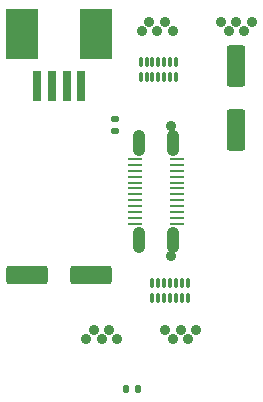
<source format=gbr>
%TF.GenerationSoftware,KiCad,Pcbnew,8.0.3*%
%TF.CreationDate,2024-07-01T18:30:19+03:00*%
%TF.ProjectId,Shield_Emergent_3,53686965-6c64-45f4-956d-657267656e74,rev?*%
%TF.SameCoordinates,Original*%
%TF.FileFunction,Soldermask,Top*%
%TF.FilePolarity,Negative*%
%FSLAX46Y46*%
G04 Gerber Fmt 4.6, Leading zero omitted, Abs format (unit mm)*
G04 Created by KiCad (PCBNEW 8.0.3) date 2024-07-01 18:30:19*
%MOMM*%
%LPD*%
G01*
G04 APERTURE LIST*
G04 Aperture macros list*
%AMRoundRect*
0 Rectangle with rounded corners*
0 $1 Rounding radius*
0 $2 $3 $4 $5 $6 $7 $8 $9 X,Y pos of 4 corners*
0 Add a 4 corners polygon primitive as box body*
4,1,4,$2,$3,$4,$5,$6,$7,$8,$9,$2,$3,0*
0 Add four circle primitives for the rounded corners*
1,1,$1+$1,$2,$3*
1,1,$1+$1,$4,$5*
1,1,$1+$1,$6,$7*
1,1,$1+$1,$8,$9*
0 Add four rect primitives between the rounded corners*
20,1,$1+$1,$2,$3,$4,$5,0*
20,1,$1+$1,$4,$5,$6,$7,0*
20,1,$1+$1,$6,$7,$8,$9,0*
20,1,$1+$1,$8,$9,$2,$3,0*%
G04 Aperture macros list end*
%ADD10C,0.900000*%
%ADD11R,1.300000X0.270000*%
%ADD12O,1.100000X2.220000*%
%ADD13R,0.700000X2.500000*%
%ADD14R,2.700000X4.200000*%
%ADD15RoundRect,0.075000X0.075000X-0.350000X0.075000X0.350000X-0.075000X0.350000X-0.075000X-0.350000X0*%
%ADD16RoundRect,0.075000X-0.075000X0.350000X-0.075000X-0.350000X0.075000X-0.350000X0.075000X0.350000X0*%
%ADD17RoundRect,0.135000X0.185000X-0.135000X0.185000X0.135000X-0.185000X0.135000X-0.185000X-0.135000X0*%
%ADD18RoundRect,0.250000X1.500000X0.550000X-1.500000X0.550000X-1.500000X-0.550000X1.500000X-0.550000X0*%
%ADD19RoundRect,0.135000X-0.135000X-0.185000X0.135000X-0.185000X0.135000X0.185000X-0.135000X0.185000X0*%
%ADD20RoundRect,0.250000X-0.550000X1.500000X-0.550000X-1.500000X0.550000X-1.500000X0.550000X1.500000X0*%
G04 APERTURE END LIST*
D10*
%TO.C,X1*%
X16500000Y-10400000D03*
X16500000Y-21400000D03*
D11*
X16950000Y-13150000D03*
X16950000Y-13650000D03*
X16950000Y-14150000D03*
X16950000Y-14650000D03*
X16950000Y-15150000D03*
X16950000Y-15650000D03*
X16950000Y-16150000D03*
X16950000Y-16650000D03*
X16950000Y-17150000D03*
X16950000Y-17650000D03*
X16950000Y-18150000D03*
X16950000Y-18650000D03*
X13450000Y-18650000D03*
X13450000Y-18150000D03*
X13450000Y-17650000D03*
X13450000Y-17150000D03*
X13450000Y-16650000D03*
X13450000Y-16150000D03*
X13450000Y-15650000D03*
X13450000Y-15150000D03*
X13450000Y-14650000D03*
X13450000Y-14150000D03*
X13450000Y-13650000D03*
X13450000Y-13150000D03*
D12*
X16670000Y-11800000D03*
X13730000Y-11800000D03*
X16670000Y-20000000D03*
X13730000Y-20000000D03*
%TD*%
D10*
%TO.C,J1*%
X23300000Y-1600000D03*
X22650000Y-2350000D03*
X22000000Y-1600000D03*
X21350000Y-2350000D03*
X20700000Y-1600000D03*
X16600000Y-2350000D03*
X15950000Y-1600000D03*
X15300000Y-2350000D03*
X14650000Y-1600000D03*
X14000000Y-2350000D03*
%TD*%
%TO.C,J3*%
X9300000Y-28400000D03*
X9950000Y-27650000D03*
X10600000Y-28400000D03*
X11250000Y-27650000D03*
X11900000Y-28400000D03*
X16000000Y-27650000D03*
X16650000Y-28400000D03*
X17300000Y-27650000D03*
X17950000Y-28400000D03*
X18600000Y-27650000D03*
%TD*%
D13*
%TO.C,J4*%
X8875000Y-6950000D03*
X7625000Y-6950000D03*
X6375000Y-6950000D03*
X5125000Y-6950000D03*
D14*
X10125000Y-2600000D03*
X3875000Y-2600000D03*
%TD*%
D15*
%TO.C,U3*%
X13900000Y-6225000D03*
X14400000Y-6225000D03*
X14900000Y-6225000D03*
X15400000Y-6225000D03*
X15900000Y-6225000D03*
X16400000Y-6225000D03*
X16900000Y-6225000D03*
X16900000Y-4975000D03*
X16400000Y-4975000D03*
X15900000Y-4975000D03*
X15400000Y-4975000D03*
X14900000Y-4975000D03*
X14400000Y-4975000D03*
X13900000Y-4975000D03*
%TD*%
D16*
%TO.C,U4*%
X17900000Y-23675000D03*
X17400000Y-23675000D03*
X16900000Y-23675000D03*
X16400000Y-23675000D03*
X15900000Y-23675000D03*
X15400000Y-23675000D03*
X14900000Y-23675000D03*
X14900000Y-24925000D03*
X15400000Y-24925000D03*
X15900000Y-24925000D03*
X16400000Y-24925000D03*
X16900000Y-24925000D03*
X17400000Y-24925000D03*
X17900000Y-24925000D03*
%TD*%
D17*
%TO.C,R1*%
X11700000Y-10760000D03*
X11700000Y-9740000D03*
%TD*%
D18*
%TO.C,C4*%
X9700000Y-23000000D03*
X4300000Y-23000000D03*
%TD*%
D19*
%TO.C,R7*%
X12690000Y-32600000D03*
X13710000Y-32600000D03*
%TD*%
D20*
%TO.C,C1*%
X22000000Y-5300000D03*
X22000000Y-10700000D03*
%TD*%
M02*

</source>
